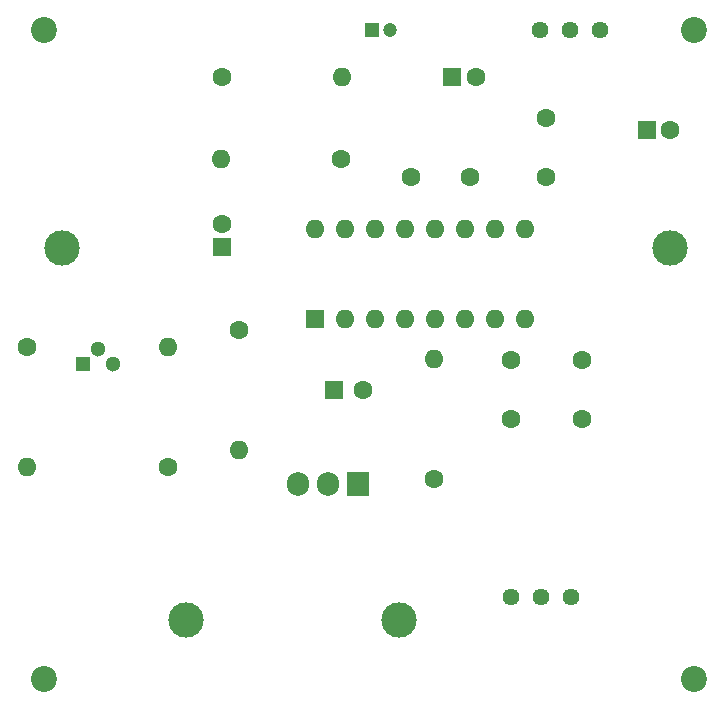
<source format=gbr>
%TF.GenerationSoftware,KiCad,Pcbnew,8.0.5*%
%TF.CreationDate,2024-10-10T16:22:25-05:00*%
%TF.ProjectId,Block-PT2399,426c6f63-6b2d-4505-9432-3339392e6b69,rev?*%
%TF.SameCoordinates,Original*%
%TF.FileFunction,Soldermask,Bot*%
%TF.FilePolarity,Negative*%
%FSLAX46Y46*%
G04 Gerber Fmt 4.6, Leading zero omitted, Abs format (unit mm)*
G04 Created by KiCad (PCBNEW 8.0.5) date 2024-10-10 16:22:25*
%MOMM*%
%LPD*%
G01*
G04 APERTURE LIST*
%ADD10C,2.200000*%
%ADD11C,1.600000*%
%ADD12O,1.600000X1.600000*%
%ADD13R,1.600000X1.600000*%
%ADD14R,1.300000X1.300000*%
%ADD15C,1.300000*%
%ADD16C,3.000000*%
%ADD17C,1.440000*%
%ADD18R,1.905000X2.000000*%
%ADD19O,1.905000X2.000000*%
%ADD20R,1.200000X1.200000*%
%ADD21C,1.200000*%
G04 APERTURE END LIST*
D10*
%TO.C,REF\u002A\u002A*%
X160000000Y-145000000D03*
%TD*%
%TO.C,REF\u002A\u002A*%
X105000000Y-145000000D03*
%TD*%
%TO.C,REF\u002A\u002A*%
X160000000Y-90000000D03*
%TD*%
%TO.C,REF\u002A\u002A*%
X105000000Y-90000000D03*
%TD*%
D11*
%TO.C,C6*%
X141000000Y-102500000D03*
X136000000Y-102500000D03*
%TD*%
%TO.C,R6*%
X130080000Y-101000000D03*
D12*
X119920000Y-101000000D03*
%TD*%
D13*
%TO.C,C7*%
X156000000Y-98500000D03*
D11*
X158000000Y-98500000D03*
%TD*%
%TO.C,R7*%
X120000000Y-94000000D03*
D12*
X130160000Y-94000000D03*
%TD*%
D13*
%TO.C,U2*%
X127920000Y-114500000D03*
D12*
X130460000Y-114500000D03*
X133000000Y-114500000D03*
X135540000Y-114500000D03*
X138080000Y-114500000D03*
X140620000Y-114500000D03*
X143160000Y-114500000D03*
X145700000Y-114500000D03*
X145700000Y-106880000D03*
X143160000Y-106880000D03*
X140620000Y-106880000D03*
X138080000Y-106880000D03*
X135540000Y-106880000D03*
X133000000Y-106880000D03*
X130460000Y-106880000D03*
X127920000Y-106880000D03*
%TD*%
D13*
%TO.C,C9*%
X139500000Y-94000000D03*
D11*
X141500000Y-94000000D03*
%TD*%
D14*
%TO.C,Q1*%
X108230000Y-118360000D03*
D15*
X109500000Y-117090000D03*
X110770000Y-118360000D03*
%TD*%
D16*
%TO.C,J1*%
X106500000Y-108500000D03*
%TD*%
D17*
%TO.C,RV2*%
X146920000Y-90000000D03*
X149460000Y-90000000D03*
X152000000Y-90000000D03*
%TD*%
D18*
%TO.C,U1*%
X131580000Y-128500000D03*
D19*
X129040000Y-128500000D03*
X126500000Y-128500000D03*
%TD*%
D16*
%TO.C,J4*%
X135000000Y-140000000D03*
%TD*%
%TO.C,J2*%
X158000000Y-108500000D03*
%TD*%
D17*
%TO.C,RV1*%
X144475000Y-138075000D03*
X147015000Y-138075000D03*
X149555000Y-138075000D03*
%TD*%
D16*
%TO.C,J3*%
X117000000Y-140000000D03*
%TD*%
D11*
%TO.C,R1*%
X115500000Y-127000000D03*
D12*
X115500000Y-116840000D03*
%TD*%
D11*
%TO.C,C4*%
X150500000Y-118000000D03*
X150500000Y-123000000D03*
%TD*%
%TO.C,R4*%
X138000000Y-128080000D03*
D12*
X138000000Y-117920000D03*
%TD*%
D20*
%TO.C,C8*%
X132777401Y-90000000D03*
D21*
X134277401Y-90000000D03*
%TD*%
D11*
%TO.C,C5*%
X147500000Y-97500000D03*
X147500000Y-102500000D03*
%TD*%
%TO.C,C3*%
X144500000Y-118000000D03*
X144500000Y-123000000D03*
%TD*%
%TO.C,R3*%
X121500000Y-115420000D03*
D12*
X121500000Y-125580000D03*
%TD*%
D13*
%TO.C,C2*%
X129500000Y-120500000D03*
D11*
X132000000Y-120500000D03*
%TD*%
D13*
%TO.C,C1*%
X120000000Y-108455113D03*
D11*
X120000000Y-106455113D03*
%TD*%
%TO.C,R2*%
X103500000Y-116920000D03*
D12*
X103500000Y-127080000D03*
%TD*%
M02*

</source>
